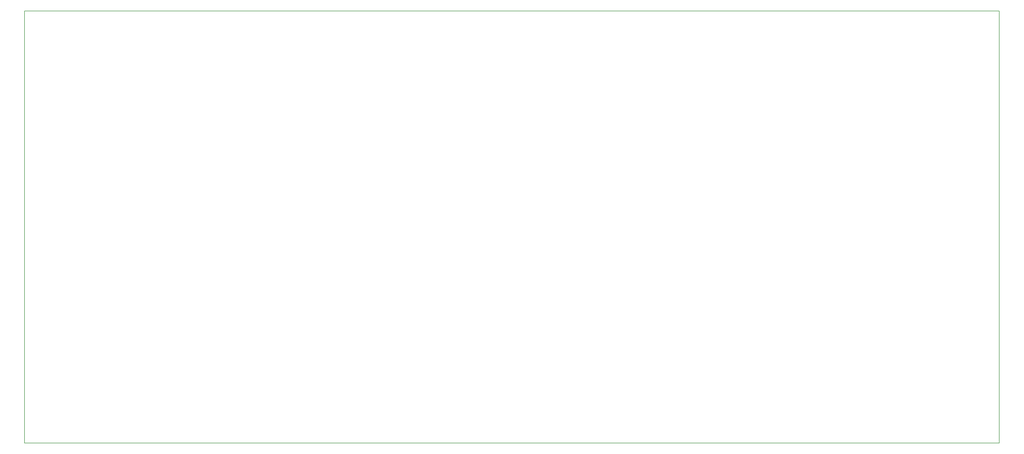
<source format=gbr>
G04 #@! TF.GenerationSoftware,KiCad,Pcbnew,7.0.8*
G04 #@! TF.CreationDate,2023-12-15T22:05:10+00:00*
G04 #@! TF.ProjectId,BabyHuey,42616279-4875-4657-992e-6b696361645f,1*
G04 #@! TF.SameCoordinates,Original*
G04 #@! TF.FileFunction,Profile,NP*
%FSLAX46Y46*%
G04 Gerber Fmt 4.6, Leading zero omitted, Abs format (unit mm)*
G04 Created by KiCad (PCBNEW 7.0.8) date 2023-12-15 22:05:10*
%MOMM*%
%LPD*%
G01*
G04 APERTURE LIST*
G04 #@! TA.AperFunction,Profile*
%ADD10C,0.150000*%
G04 #@! TD*
G04 APERTURE END LIST*
D10*
X44704000Y-50546000D02*
X374650000Y-50546000D01*
X374650000Y-197104000D01*
X44704000Y-197104000D01*
X44704000Y-50546000D01*
M02*

</source>
